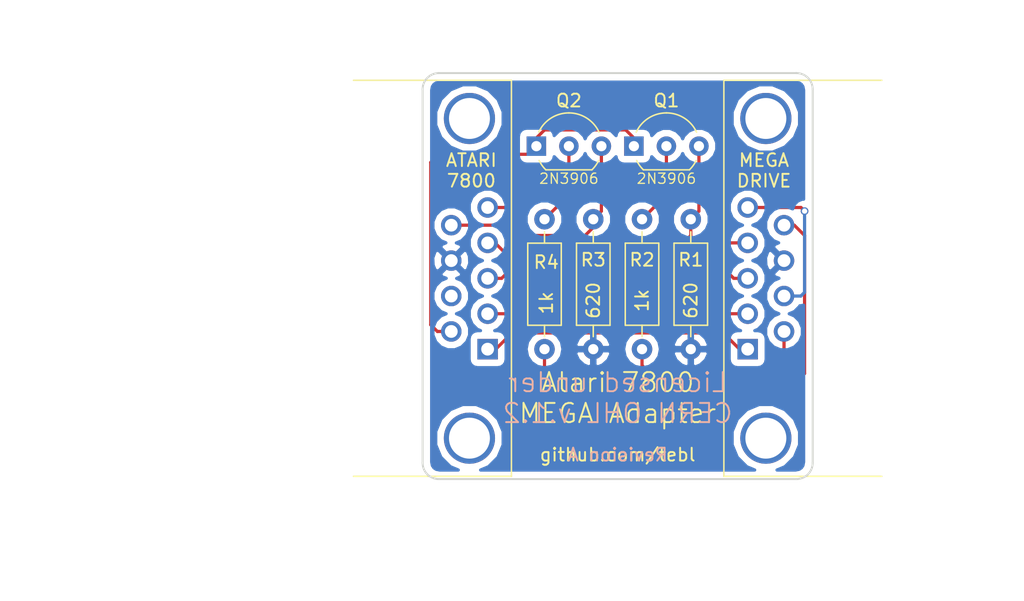
<source format=kicad_pcb>
(kicad_pcb (version 4) (host pcbnew 4.0.7)

  (general
    (links 18)
    (no_connects 0)
    (area 83.185 53.34 163.195001 100.330001)
    (thickness 1.6)
    (drawings 14)
    (tracks 68)
    (zones 0)
    (modules 8)
    (nets 14)
  )

  (page A4)
  (layers
    (0 F.Cu signal)
    (31 B.Cu signal)
    (32 B.Adhes user)
    (33 F.Adhes user)
    (34 B.Paste user)
    (35 F.Paste user)
    (36 B.SilkS user)
    (37 F.SilkS user)
    (38 B.Mask user)
    (39 F.Mask user)
    (40 Dwgs.User user)
    (41 Cmts.User user)
    (42 Eco1.User user)
    (43 Eco2.User user)
    (44 Edge.Cuts user)
    (45 Margin user)
    (46 B.CrtYd user)
    (47 F.CrtYd user)
    (48 B.Fab user)
    (49 F.Fab user)
  )

  (setup
    (last_trace_width 0.25)
    (trace_clearance 0.2)
    (zone_clearance 0.508)
    (zone_45_only no)
    (trace_min 0.2)
    (segment_width 0.2)
    (edge_width 0.15)
    (via_size 0.6)
    (via_drill 0.4)
    (via_min_size 0.4)
    (via_min_drill 0.3)
    (uvia_size 0.3)
    (uvia_drill 0.1)
    (uvias_allowed no)
    (uvia_min_size 0.2)
    (uvia_min_drill 0.1)
    (pcb_text_width 0.3)
    (pcb_text_size 1.5 1.5)
    (mod_edge_width 0.15)
    (mod_text_size 1 1)
    (mod_text_width 0.15)
    (pad_size 1.524 1.524)
    (pad_drill 0.762)
    (pad_to_mask_clearance 0.2)
    (aux_axis_origin 0 0)
    (visible_elements 7FFFFF7F)
    (pcbplotparams
      (layerselection 0x011fc_80000001)
      (usegerberextensions true)
      (excludeedgelayer true)
      (linewidth 0.100000)
      (plotframeref false)
      (viasonmask false)
      (mode 1)
      (useauxorigin false)
      (hpglpennumber 1)
      (hpglpenspeed 20)
      (hpglpendiameter 15)
      (hpglpenoverlay 2)
      (psnegative false)
      (psa4output false)
      (plotreference true)
      (plotvalue true)
      (plotinvisibletext false)
      (padsonsilk false)
      (subtractmaskfromsilk false)
      (outputformat 1)
      (mirror false)
      (drillshape 0)
      (scaleselection 1)
      (outputdirectory export))
  )

  (net 0 "")
  (net 1 VCC)
  (net 2 GND)
  (net 3 DOWN)
  (net 4 LEFT)
  (net 5 RIGHT)
  (net 6 UP)
  (net 7 FIRE)
  (net 8 /MD_BTN_B)
  (net 9 /MD_BTN_C)
  (net 10 "Net-(Q1-Pad2)")
  (net 11 PADDLE_A)
  (net 12 "Net-(Q2-Pad2)")
  (net 13 PADDLE_B)

  (net_class Default "This is the default net class."
    (clearance 0.2)
    (trace_width 0.25)
    (via_dia 0.6)
    (via_drill 0.4)
    (uvia_dia 0.3)
    (uvia_drill 0.1)
    (add_net /MD_BTN_B)
    (add_net /MD_BTN_C)
    (add_net DOWN)
    (add_net FIRE)
    (add_net GND)
    (add_net LEFT)
    (add_net "Net-(Q1-Pad2)")
    (add_net "Net-(Q2-Pad2)")
    (add_net PADDLE_A)
    (add_net PADDLE_B)
    (add_net RIGHT)
    (add_net UP)
    (add_net VCC)
  )

  (module RND:DSUB-9_Female_Horizontal_P2.77x2.84mm_EdgePinOffset7.70mm_Housed_MountingHolesOffset9.12mm (layer F.Cu) (tedit 5DA6297E) (tstamp 5D11216C)
    (at 121.285 80.645 270)
    (descr "9-pin D-Sub connector, horizontal/angled (90 deg), THT-mount, female, pitch 2.77x2.84mm, pin-PCB-offset 7.699999999999999mm, distance of mounting holes 25mm, distance of mounting holes to PCB edge 9.12mm, see https://disti-assets.s3.amazonaws.com/tonar/files/datasheets/16730.pdf")
    (tags "9-pin D-Sub connector horizontal angled 90deg THT female pitch 2.77x2.84mm pin-PCB-offset 7.699999999999999mm mounting-holes-distance 25mm mounting-hole-offset 25mm")
    (path /5D1376D7)
    (fp_text reference J1 (at -5.54 -2.8 270) (layer F.SilkS) hide
      (effects (font (size 1 1) (thickness 0.15)))
    )
    (fp_text value "Atari 7800" (at -22.86 1.27 360) (layer F.Fab)
      (effects (font (size 1 1) (thickness 0.15)))
    )
    (fp_arc (start -18.04 1.42) (end -19.64 1.42) (angle 180) (layer F.Fab) (width 0.1))
    (fp_arc (start 6.96 1.42) (end 5.36 1.42) (angle 180) (layer F.Fab) (width 0.1))
    (fp_line (start -20.965 -1.8) (end -20.965 10.54) (layer F.Fab) (width 0.1))
    (fp_line (start -20.965 10.54) (end 9.885 10.54) (layer F.Fab) (width 0.1))
    (fp_line (start 9.885 10.54) (end 9.885 -1.8) (layer F.Fab) (width 0.1))
    (fp_line (start 9.885 -1.8) (end -20.965 -1.8) (layer F.Fab) (width 0.1))
    (fp_line (start -20.965 10.54) (end -20.965 10.94) (layer F.Fab) (width 0.1))
    (fp_line (start -20.965 10.94) (end 9.885 10.94) (layer F.Fab) (width 0.1))
    (fp_line (start 9.885 10.94) (end 9.885 10.54) (layer F.Fab) (width 0.1))
    (fp_line (start 9.885 10.54) (end -20.965 10.54) (layer F.Fab) (width 0.1))
    (fp_line (start -13.69 10.94) (end -13.69 17.11) (layer F.Fab) (width 0.1))
    (fp_line (start -13.69 17.11) (end 2.61 17.11) (layer F.Fab) (width 0.1))
    (fp_line (start 2.61 17.11) (end 2.61 10.94) (layer F.Fab) (width 0.1))
    (fp_line (start 2.61 10.94) (end -13.69 10.94) (layer F.Fab) (width 0.1))
    (fp_line (start -20.54 10.94) (end -20.54 15.94) (layer F.Fab) (width 0.1))
    (fp_line (start -20.54 15.94) (end -15.54 15.94) (layer F.Fab) (width 0.1))
    (fp_line (start -15.54 15.94) (end -15.54 10.94) (layer F.Fab) (width 0.1))
    (fp_line (start -15.54 10.94) (end -20.54 10.94) (layer F.Fab) (width 0.1))
    (fp_line (start 4.46 10.94) (end 4.46 15.94) (layer F.Fab) (width 0.1))
    (fp_line (start 4.46 15.94) (end 9.46 15.94) (layer F.Fab) (width 0.1))
    (fp_line (start 9.46 15.94) (end 9.46 10.94) (layer F.Fab) (width 0.1))
    (fp_line (start 9.46 10.94) (end 4.46 10.94) (layer F.Fab) (width 0.1))
    (fp_line (start -19.64 10.54) (end -19.64 1.42) (layer F.Fab) (width 0.1))
    (fp_line (start -16.44 10.54) (end -16.44 1.42) (layer F.Fab) (width 0.1))
    (fp_line (start 5.36 10.54) (end 5.36 1.42) (layer F.Fab) (width 0.1))
    (fp_line (start 8.56 10.54) (end 8.56 1.42) (layer F.Fab) (width 0.1))
    (fp_line (start -21.025 10.48) (end -21.025 -1.86) (layer F.SilkS) (width 0.12))
    (fp_line (start -21.025 -1.86) (end 9.945 -1.86) (layer F.SilkS) (width 0.12))
    (fp_line (start 9.945 -1.86) (end 9.945 10.48) (layer F.SilkS) (width 0.12))
    (fp_line (start -21.5 -2.35) (end -21.5 17.65) (layer F.CrtYd) (width 0.05))
    (fp_line (start -21.5 17.65) (end 10.4 17.65) (layer F.CrtYd) (width 0.05))
    (fp_line (start 10.4 17.65) (end 10.4 -2.35) (layer F.CrtYd) (width 0.05))
    (fp_line (start 10.4 -2.35) (end -21.5 -2.35) (layer F.CrtYd) (width 0.05))
    (fp_text user %R (at -5.54 14.025 270) (layer F.Fab)
      (effects (font (size 1 1) (thickness 0.15)))
    )
    (pad 1 thru_hole rect (at 0 0 270) (size 1.6 1.6) (drill 1) (layers *.Cu *.Mask)
      (net 6 UP))
    (pad 2 thru_hole circle (at -2.77 0 270) (size 1.6 1.6) (drill 1) (layers *.Cu *.Mask)
      (net 3 DOWN))
    (pad 3 thru_hole circle (at -5.54 0 270) (size 1.6 1.6) (drill 1) (layers *.Cu *.Mask)
      (net 4 LEFT))
    (pad 4 thru_hole circle (at -8.31 0 270) (size 1.6 1.6) (drill 1) (layers *.Cu *.Mask)
      (net 5 RIGHT))
    (pad 5 thru_hole circle (at -11.08 0 270) (size 1.6 1.6) (drill 1) (layers *.Cu *.Mask)
      (net 13 PADDLE_B))
    (pad 6 thru_hole circle (at -1.385 2.84 270) (size 1.6 1.6) (drill 1) (layers *.Cu *.Mask)
      (net 7 FIRE))
    (pad 7 thru_hole circle (at -4.155 2.84 270) (size 1.6 1.6) (drill 1) (layers *.Cu *.Mask))
    (pad 8 thru_hole circle (at -6.925 2.84 270) (size 1.6 1.6) (drill 1) (layers *.Cu *.Mask)
      (net 2 GND))
    (pad 9 thru_hole circle (at -9.695 2.84 270) (size 1.6 1.6) (drill 1) (layers *.Cu *.Mask)
      (net 11 PADDLE_A))
    (pad 0 thru_hole circle (at -18.04 1.42 270) (size 4 4) (drill 3.2) (layers *.Cu *.Mask))
    (pad 0 thru_hole circle (at 6.96 1.42 270) (size 4 4) (drill 3.2) (layers *.Cu *.Mask))
    (model ${KISYS3DMOD}/Connector_Dsub.3dshapes/DSUB-9_Female_Horizontal_P2.77x2.84mm_EdgePinOffset7.70mm_Housed_MountingHolesOffset9.12mm.wrl
      (at (xyz 0 0 0))
      (scale (xyz 1 1 1))
      (rotate (xyz 0 0 0))
    )
  )

  (module TO_SOT_Packages_THT:TO-92_Inline_Wide (layer F.Cu) (tedit 5DA62B86) (tstamp 5DA618AF)
    (at 132.715 64.77)
    (descr "TO-92 leads in-line, wide, drill 0.8mm (see NXP sot054_po.pdf)")
    (tags "to-92 sc-43 sc-43a sot54 PA33 transistor")
    (path /5DA4F323)
    (fp_text reference Q1 (at 2.54 -3.56 180) (layer F.SilkS)
      (effects (font (size 1 1) (thickness 0.15)))
    )
    (fp_text value 2N3906 (at 2.54 2.54) (layer F.SilkS)
      (effects (font (size 0.8 0.8) (thickness 0.1)))
    )
    (fp_text user %R (at 2.54 -3.56 180) (layer F.Fab)
      (effects (font (size 1 1) (thickness 0.15)))
    )
    (fp_line (start 0.74 1.85) (end 4.34 1.85) (layer F.SilkS) (width 0.12))
    (fp_line (start 0.8 1.75) (end 4.3 1.75) (layer F.Fab) (width 0.1))
    (fp_line (start -1.01 -2.73) (end 6.09 -2.73) (layer F.CrtYd) (width 0.05))
    (fp_line (start -1.01 -2.73) (end -1.01 2.01) (layer F.CrtYd) (width 0.05))
    (fp_line (start 6.09 2.01) (end 6.09 -2.73) (layer F.CrtYd) (width 0.05))
    (fp_line (start 6.09 2.01) (end -1.01 2.01) (layer F.CrtYd) (width 0.05))
    (fp_arc (start 2.54 0) (end 0.74 1.85) (angle 20) (layer F.SilkS) (width 0.12))
    (fp_arc (start 2.54 0) (end 2.54 -2.6) (angle -65) (layer F.SilkS) (width 0.12))
    (fp_arc (start 2.54 0) (end 2.54 -2.6) (angle 65) (layer F.SilkS) (width 0.12))
    (fp_arc (start 2.54 0) (end 2.54 -2.48) (angle 135) (layer F.Fab) (width 0.1))
    (fp_arc (start 2.54 0) (end 2.54 -2.48) (angle -135) (layer F.Fab) (width 0.1))
    (fp_arc (start 2.54 0) (end 4.34 1.85) (angle -20) (layer F.SilkS) (width 0.12))
    (pad 2 thru_hole circle (at 2.54 0 90) (size 1.52 1.52) (drill 0.8) (layers *.Cu *.Mask)
      (net 10 "Net-(Q1-Pad2)"))
    (pad 3 thru_hole circle (at 5.08 0 90) (size 1.52 1.52) (drill 0.8) (layers *.Cu *.Mask)
      (net 11 PADDLE_A))
    (pad 1 thru_hole rect (at 0 0 90) (size 1.52 1.52) (drill 0.8) (layers *.Cu *.Mask)
      (net 7 FIRE))
    (model ${KISYS3DMOD}/TO_SOT_Packages_THT.3dshapes/TO-92_Inline_Wide.wrl
      (at (xyz 0.1 0 0))
      (scale (xyz 1 1 1))
      (rotate (xyz 0 0 -90))
    )
  )

  (module TO_SOT_Packages_THT:TO-92_Inline_Wide (layer F.Cu) (tedit 5DA62B7C) (tstamp 5DA618B5)
    (at 125.095 64.77)
    (descr "TO-92 leads in-line, wide, drill 0.8mm (see NXP sot054_po.pdf)")
    (tags "to-92 sc-43 sc-43a sot54 PA33 transistor")
    (path /5DA4A3D5)
    (fp_text reference Q2 (at 2.54 -3.56 180) (layer F.SilkS)
      (effects (font (size 1 1) (thickness 0.15)))
    )
    (fp_text value 2N3906 (at 2.54 2.54) (layer F.SilkS)
      (effects (font (size 0.8 0.8) (thickness 0.1)))
    )
    (fp_text user %R (at 2.54 -3.56 180) (layer F.Fab)
      (effects (font (size 1 1) (thickness 0.15)))
    )
    (fp_line (start 0.74 1.85) (end 4.34 1.85) (layer F.SilkS) (width 0.12))
    (fp_line (start 0.8 1.75) (end 4.3 1.75) (layer F.Fab) (width 0.1))
    (fp_line (start -1.01 -2.73) (end 6.09 -2.73) (layer F.CrtYd) (width 0.05))
    (fp_line (start -1.01 -2.73) (end -1.01 2.01) (layer F.CrtYd) (width 0.05))
    (fp_line (start 6.09 2.01) (end 6.09 -2.73) (layer F.CrtYd) (width 0.05))
    (fp_line (start 6.09 2.01) (end -1.01 2.01) (layer F.CrtYd) (width 0.05))
    (fp_arc (start 2.54 0) (end 0.74 1.85) (angle 20) (layer F.SilkS) (width 0.12))
    (fp_arc (start 2.54 0) (end 2.54 -2.6) (angle -65) (layer F.SilkS) (width 0.12))
    (fp_arc (start 2.54 0) (end 2.54 -2.6) (angle 65) (layer F.SilkS) (width 0.12))
    (fp_arc (start 2.54 0) (end 2.54 -2.48) (angle 135) (layer F.Fab) (width 0.1))
    (fp_arc (start 2.54 0) (end 2.54 -2.48) (angle -135) (layer F.Fab) (width 0.1))
    (fp_arc (start 2.54 0) (end 4.34 1.85) (angle -20) (layer F.SilkS) (width 0.12))
    (pad 2 thru_hole circle (at 2.54 0 90) (size 1.52 1.52) (drill 0.8) (layers *.Cu *.Mask)
      (net 12 "Net-(Q2-Pad2)"))
    (pad 3 thru_hole circle (at 5.08 0 90) (size 1.52 1.52) (drill 0.8) (layers *.Cu *.Mask)
      (net 13 PADDLE_B))
    (pad 1 thru_hole rect (at 0 0 90) (size 1.52 1.52) (drill 0.8) (layers *.Cu *.Mask)
      (net 7 FIRE))
    (model ${KISYS3DMOD}/TO_SOT_Packages_THT.3dshapes/TO-92_Inline_Wide.wrl
      (at (xyz 0.1 0 0))
      (scale (xyz 1 1 1))
      (rotate (xyz 0 0 -90))
    )
  )

  (module RND:DSUB-9_Male_Horizontal_P2.77x2.84mm_EdgePinOffset7.70mm_Housed_MountingHolesOffset9.12mm (layer F.Cu) (tedit 5DA62972) (tstamp 5DA618ED)
    (at 141.605 80.645 90)
    (descr "9-pin D-Sub connector, horizontal/angled (90 deg), THT-mount, male, pitch 2.77x2.84mm, pin-PCB-offset 7.699999999999999mm, distance of mounting holes 25mm, distance of mounting holes to PCB edge 9.12mm, see https://disti-assets.s3.amazonaws.com/tonar/files/datasheets/16730.pdf")
    (tags "9-pin D-Sub connector horizontal angled 90deg THT male pitch 2.77x2.84mm pin-PCB-offset 7.699999999999999mm mounting-holes-distance 25mm mounting-hole-offset 25mm")
    (path /5D1378A3)
    (fp_text reference J2 (at 5.54 -2.8 90) (layer F.SilkS) hide
      (effects (font (size 1 1) (thickness 0.15)))
    )
    (fp_text value "Mega Drive" (at 22.86 1.27 180) (layer F.Fab)
      (effects (font (size 1 1) (thickness 0.15)))
    )
    (fp_arc (start -6.96 1.42) (end -8.56 1.42) (angle 180) (layer F.Fab) (width 0.1))
    (fp_arc (start 18.04 1.42) (end 16.44 1.42) (angle 180) (layer F.Fab) (width 0.1))
    (fp_line (start -9.885 -1.8) (end -9.885 10.54) (layer F.Fab) (width 0.1))
    (fp_line (start -9.885 10.54) (end 20.965 10.54) (layer F.Fab) (width 0.1))
    (fp_line (start 20.965 10.54) (end 20.965 -1.8) (layer F.Fab) (width 0.1))
    (fp_line (start 20.965 -1.8) (end -9.885 -1.8) (layer F.Fab) (width 0.1))
    (fp_line (start -9.885 10.54) (end -9.885 10.94) (layer F.Fab) (width 0.1))
    (fp_line (start -9.885 10.94) (end 20.965 10.94) (layer F.Fab) (width 0.1))
    (fp_line (start 20.965 10.94) (end 20.965 10.54) (layer F.Fab) (width 0.1))
    (fp_line (start 20.965 10.54) (end -9.885 10.54) (layer F.Fab) (width 0.1))
    (fp_line (start -2.61 10.94) (end -2.61 16.94) (layer F.Fab) (width 0.1))
    (fp_line (start -2.61 16.94) (end 13.69 16.94) (layer F.Fab) (width 0.1))
    (fp_line (start 13.69 16.94) (end 13.69 10.94) (layer F.Fab) (width 0.1))
    (fp_line (start 13.69 10.94) (end -2.61 10.94) (layer F.Fab) (width 0.1))
    (fp_line (start -9.46 10.94) (end -9.46 15.94) (layer F.Fab) (width 0.1))
    (fp_line (start -9.46 15.94) (end -4.46 15.94) (layer F.Fab) (width 0.1))
    (fp_line (start -4.46 15.94) (end -4.46 10.94) (layer F.Fab) (width 0.1))
    (fp_line (start -4.46 10.94) (end -9.46 10.94) (layer F.Fab) (width 0.1))
    (fp_line (start 15.54 10.94) (end 15.54 15.94) (layer F.Fab) (width 0.1))
    (fp_line (start 15.54 15.94) (end 20.54 15.94) (layer F.Fab) (width 0.1))
    (fp_line (start 20.54 15.94) (end 20.54 10.94) (layer F.Fab) (width 0.1))
    (fp_line (start 20.54 10.94) (end 15.54 10.94) (layer F.Fab) (width 0.1))
    (fp_line (start -8.56 10.54) (end -8.56 1.42) (layer F.Fab) (width 0.1))
    (fp_line (start -5.36 10.54) (end -5.36 1.42) (layer F.Fab) (width 0.1))
    (fp_line (start 16.44 10.54) (end 16.44 1.42) (layer F.Fab) (width 0.1))
    (fp_line (start 19.64 10.54) (end 19.64 1.42) (layer F.Fab) (width 0.1))
    (fp_line (start -9.945 10.48) (end -9.945 -1.86) (layer F.SilkS) (width 0.12))
    (fp_line (start -9.945 -1.86) (end 21.025 -1.86) (layer F.SilkS) (width 0.12))
    (fp_line (start 21.025 -1.86) (end 21.025 10.48) (layer F.SilkS) (width 0.12))
    (fp_line (start -10.4 -2.35) (end -10.4 17.45) (layer F.CrtYd) (width 0.05))
    (fp_line (start -10.4 17.45) (end 21.5 17.45) (layer F.CrtYd) (width 0.05))
    (fp_line (start 21.5 17.45) (end 21.5 -2.35) (layer F.CrtYd) (width 0.05))
    (fp_line (start 21.5 -2.35) (end -10.4 -2.35) (layer F.CrtYd) (width 0.05))
    (fp_text user %R (at 5.54 13.94 90) (layer F.Fab)
      (effects (font (size 1 1) (thickness 0.15)))
    )
    (pad 1 thru_hole rect (at 0 0 90) (size 1.6 1.6) (drill 1) (layers *.Cu *.Mask)
      (net 6 UP))
    (pad 2 thru_hole circle (at 2.77 0 90) (size 1.6 1.6) (drill 1) (layers *.Cu *.Mask)
      (net 3 DOWN))
    (pad 3 thru_hole circle (at 5.54 0 90) (size 1.6 1.6) (drill 1) (layers *.Cu *.Mask)
      (net 4 LEFT))
    (pad 4 thru_hole circle (at 8.31 0 90) (size 1.6 1.6) (drill 1) (layers *.Cu *.Mask)
      (net 5 RIGHT))
    (pad 5 thru_hole circle (at 11.08 0 90) (size 1.6 1.6) (drill 1) (layers *.Cu *.Mask)
      (net 1 VCC))
    (pad 6 thru_hole circle (at 1.385 2.84 90) (size 1.6 1.6) (drill 1) (layers *.Cu *.Mask)
      (net 8 /MD_BTN_B))
    (pad 7 thru_hole circle (at 4.155 2.84 90) (size 1.6 1.6) (drill 1) (layers *.Cu *.Mask)
      (net 1 VCC))
    (pad 8 thru_hole circle (at 6.925 2.84 90) (size 1.6 1.6) (drill 1) (layers *.Cu *.Mask)
      (net 2 GND))
    (pad 9 thru_hole circle (at 9.695 2.84 90) (size 1.6 1.6) (drill 1) (layers *.Cu *.Mask)
      (net 9 /MD_BTN_C))
    (pad 0 thru_hole circle (at -6.96 1.42 90) (size 4 4) (drill 3.2) (layers *.Cu *.Mask))
    (pad 0 thru_hole circle (at 18.04 1.42 90) (size 4 4) (drill 3.2) (layers *.Cu *.Mask))
    (model ${KISYS3DMOD}/Connector_Dsub.3dshapes/DSUB-9_Male_Horizontal_P2.77x2.84mm_EdgePinOffset7.70mm_Housed_MountingHolesOffset9.12mm.wrl
      (at (xyz 0 0 0))
      (scale (xyz 1 1 1))
      (rotate (xyz 0 0 0))
    )
  )

  (module Resistors_THT:R_Axial_DIN0207_L6.3mm_D2.5mm_P10.16mm_Horizontal (layer F.Cu) (tedit 5DA62B4A) (tstamp 5DA618F3)
    (at 137.16 70.485 270)
    (descr "Resistor, Axial_DIN0207 series, Axial, Horizontal, pin pitch=10.16mm, 0.25W = 1/4W, length*diameter=6.3*2.5mm^2, http://cdn-reichelt.de/documents/datenblatt/B400/1_4W%23YAG.pdf")
    (tags "Resistor Axial_DIN0207 series Axial Horizontal pin pitch 10.16mm 0.25W = 1/4W length 6.3mm diameter 2.5mm")
    (path /5DA4F32F)
    (fp_text reference R1 (at 3.175 0 360) (layer F.SilkS)
      (effects (font (size 1 1) (thickness 0.15)))
    )
    (fp_text value 620 (at 6.35 0 270) (layer F.SilkS)
      (effects (font (size 1 1) (thickness 0.15)))
    )
    (fp_line (start 1.93 -1.25) (end 1.93 1.25) (layer F.Fab) (width 0.1))
    (fp_line (start 1.93 1.25) (end 8.23 1.25) (layer F.Fab) (width 0.1))
    (fp_line (start 8.23 1.25) (end 8.23 -1.25) (layer F.Fab) (width 0.1))
    (fp_line (start 8.23 -1.25) (end 1.93 -1.25) (layer F.Fab) (width 0.1))
    (fp_line (start 0 0) (end 1.93 0) (layer F.Fab) (width 0.1))
    (fp_line (start 10.16 0) (end 8.23 0) (layer F.Fab) (width 0.1))
    (fp_line (start 1.87 -1.31) (end 1.87 1.31) (layer F.SilkS) (width 0.12))
    (fp_line (start 1.87 1.31) (end 8.29 1.31) (layer F.SilkS) (width 0.12))
    (fp_line (start 8.29 1.31) (end 8.29 -1.31) (layer F.SilkS) (width 0.12))
    (fp_line (start 8.29 -1.31) (end 1.87 -1.31) (layer F.SilkS) (width 0.12))
    (fp_line (start 0.98 0) (end 1.87 0) (layer F.SilkS) (width 0.12))
    (fp_line (start 9.18 0) (end 8.29 0) (layer F.SilkS) (width 0.12))
    (fp_line (start -1.05 -1.6) (end -1.05 1.6) (layer F.CrtYd) (width 0.05))
    (fp_line (start -1.05 1.6) (end 11.25 1.6) (layer F.CrtYd) (width 0.05))
    (fp_line (start 11.25 1.6) (end 11.25 -1.6) (layer F.CrtYd) (width 0.05))
    (fp_line (start 11.25 -1.6) (end -1.05 -1.6) (layer F.CrtYd) (width 0.05))
    (pad 1 thru_hole circle (at 0 0 270) (size 1.6 1.6) (drill 0.8) (layers *.Cu *.Mask)
      (net 11 PADDLE_A))
    (pad 2 thru_hole oval (at 10.16 0 270) (size 1.6 1.6) (drill 0.8) (layers *.Cu *.Mask)
      (net 2 GND))
    (model ${KISYS3DMOD}/Resistors_THT.3dshapes/R_Axial_DIN0207_L6.3mm_D2.5mm_P10.16mm_Horizontal.wrl
      (at (xyz 0 0 0))
      (scale (xyz 0.393701 0.393701 0.393701))
      (rotate (xyz 0 0 0))
    )
  )

  (module Resistors_THT:R_Axial_DIN0207_L6.3mm_D2.5mm_P10.16mm_Horizontal (layer F.Cu) (tedit 5DA62B44) (tstamp 5DA618F9)
    (at 133.35 70.485 270)
    (descr "Resistor, Axial_DIN0207 series, Axial, Horizontal, pin pitch=10.16mm, 0.25W = 1/4W, length*diameter=6.3*2.5mm^2, http://cdn-reichelt.de/documents/datenblatt/B400/1_4W%23YAG.pdf")
    (tags "Resistor Axial_DIN0207 series Axial Horizontal pin pitch 10.16mm 0.25W = 1/4W length 6.3mm diameter 2.5mm")
    (path /5DA4F329)
    (fp_text reference R2 (at 3.175 0 360) (layer F.SilkS)
      (effects (font (size 1 1) (thickness 0.15)))
    )
    (fp_text value 1k (at 6.35 0 270) (layer F.SilkS)
      (effects (font (size 1 1) (thickness 0.15)))
    )
    (fp_line (start 1.93 -1.25) (end 1.93 1.25) (layer F.Fab) (width 0.1))
    (fp_line (start 1.93 1.25) (end 8.23 1.25) (layer F.Fab) (width 0.1))
    (fp_line (start 8.23 1.25) (end 8.23 -1.25) (layer F.Fab) (width 0.1))
    (fp_line (start 8.23 -1.25) (end 1.93 -1.25) (layer F.Fab) (width 0.1))
    (fp_line (start 0 0) (end 1.93 0) (layer F.Fab) (width 0.1))
    (fp_line (start 10.16 0) (end 8.23 0) (layer F.Fab) (width 0.1))
    (fp_line (start 1.87 -1.31) (end 1.87 1.31) (layer F.SilkS) (width 0.12))
    (fp_line (start 1.87 1.31) (end 8.29 1.31) (layer F.SilkS) (width 0.12))
    (fp_line (start 8.29 1.31) (end 8.29 -1.31) (layer F.SilkS) (width 0.12))
    (fp_line (start 8.29 -1.31) (end 1.87 -1.31) (layer F.SilkS) (width 0.12))
    (fp_line (start 0.98 0) (end 1.87 0) (layer F.SilkS) (width 0.12))
    (fp_line (start 9.18 0) (end 8.29 0) (layer F.SilkS) (width 0.12))
    (fp_line (start -1.05 -1.6) (end -1.05 1.6) (layer F.CrtYd) (width 0.05))
    (fp_line (start -1.05 1.6) (end 11.25 1.6) (layer F.CrtYd) (width 0.05))
    (fp_line (start 11.25 1.6) (end 11.25 -1.6) (layer F.CrtYd) (width 0.05))
    (fp_line (start 11.25 -1.6) (end -1.05 -1.6) (layer F.CrtYd) (width 0.05))
    (pad 1 thru_hole circle (at 0 0 270) (size 1.6 1.6) (drill 0.8) (layers *.Cu *.Mask)
      (net 10 "Net-(Q1-Pad2)"))
    (pad 2 thru_hole oval (at 10.16 0 270) (size 1.6 1.6) (drill 0.8) (layers *.Cu *.Mask)
      (net 8 /MD_BTN_B))
    (model ${KISYS3DMOD}/Resistors_THT.3dshapes/R_Axial_DIN0207_L6.3mm_D2.5mm_P10.16mm_Horizontal.wrl
      (at (xyz 0 0 0))
      (scale (xyz 0.393701 0.393701 0.393701))
      (rotate (xyz 0 0 0))
    )
  )

  (module Resistors_THT:R_Axial_DIN0207_L6.3mm_D2.5mm_P10.16mm_Horizontal (layer F.Cu) (tedit 5DA62B3F) (tstamp 5DA618FF)
    (at 129.54 70.485 270)
    (descr "Resistor, Axial_DIN0207 series, Axial, Horizontal, pin pitch=10.16mm, 0.25W = 1/4W, length*diameter=6.3*2.5mm^2, http://cdn-reichelt.de/documents/datenblatt/B400/1_4W%23YAG.pdf")
    (tags "Resistor Axial_DIN0207 series Axial Horizontal pin pitch 10.16mm 0.25W = 1/4W length 6.3mm diameter 2.5mm")
    (path /5DA4D819)
    (fp_text reference R3 (at 3.175 0 360) (layer F.SilkS)
      (effects (font (size 1 1) (thickness 0.15)))
    )
    (fp_text value 620 (at 6.35 0 270) (layer F.SilkS)
      (effects (font (size 1 1) (thickness 0.15)))
    )
    (fp_line (start 1.93 -1.25) (end 1.93 1.25) (layer F.Fab) (width 0.1))
    (fp_line (start 1.93 1.25) (end 8.23 1.25) (layer F.Fab) (width 0.1))
    (fp_line (start 8.23 1.25) (end 8.23 -1.25) (layer F.Fab) (width 0.1))
    (fp_line (start 8.23 -1.25) (end 1.93 -1.25) (layer F.Fab) (width 0.1))
    (fp_line (start 0 0) (end 1.93 0) (layer F.Fab) (width 0.1))
    (fp_line (start 10.16 0) (end 8.23 0) (layer F.Fab) (width 0.1))
    (fp_line (start 1.87 -1.31) (end 1.87 1.31) (layer F.SilkS) (width 0.12))
    (fp_line (start 1.87 1.31) (end 8.29 1.31) (layer F.SilkS) (width 0.12))
    (fp_line (start 8.29 1.31) (end 8.29 -1.31) (layer F.SilkS) (width 0.12))
    (fp_line (start 8.29 -1.31) (end 1.87 -1.31) (layer F.SilkS) (width 0.12))
    (fp_line (start 0.98 0) (end 1.87 0) (layer F.SilkS) (width 0.12))
    (fp_line (start 9.18 0) (end 8.29 0) (layer F.SilkS) (width 0.12))
    (fp_line (start -1.05 -1.6) (end -1.05 1.6) (layer F.CrtYd) (width 0.05))
    (fp_line (start -1.05 1.6) (end 11.25 1.6) (layer F.CrtYd) (width 0.05))
    (fp_line (start 11.25 1.6) (end 11.25 -1.6) (layer F.CrtYd) (width 0.05))
    (fp_line (start 11.25 -1.6) (end -1.05 -1.6) (layer F.CrtYd) (width 0.05))
    (pad 1 thru_hole circle (at 0 0 270) (size 1.6 1.6) (drill 0.8) (layers *.Cu *.Mask)
      (net 13 PADDLE_B))
    (pad 2 thru_hole oval (at 10.16 0 270) (size 1.6 1.6) (drill 0.8) (layers *.Cu *.Mask)
      (net 2 GND))
    (model ${KISYS3DMOD}/Resistors_THT.3dshapes/R_Axial_DIN0207_L6.3mm_D2.5mm_P10.16mm_Horizontal.wrl
      (at (xyz 0 0 0))
      (scale (xyz 0.393701 0.393701 0.393701))
      (rotate (xyz 0 0 0))
    )
  )

  (module Resistors_THT:R_Axial_DIN0207_L6.3mm_D2.5mm_P10.16mm_Horizontal (layer F.Cu) (tedit 5DA62B3B) (tstamp 5DA61905)
    (at 125.73 70.485 270)
    (descr "Resistor, Axial_DIN0207 series, Axial, Horizontal, pin pitch=10.16mm, 0.25W = 1/4W, length*diameter=6.3*2.5mm^2, http://cdn-reichelt.de/documents/datenblatt/B400/1_4W%23YAG.pdf")
    (tags "Resistor Axial_DIN0207 series Axial Horizontal pin pitch 10.16mm 0.25W = 1/4W length 6.3mm diameter 2.5mm")
    (path /5DA4D38B)
    (fp_text reference R4 (at 3.3655 -0.137001 360) (layer F.SilkS)
      (effects (font (size 1 1) (thickness 0.15)))
    )
    (fp_text value 1k (at 6.5405 -0.137001 270) (layer F.SilkS)
      (effects (font (size 1 1) (thickness 0.15)))
    )
    (fp_line (start 1.93 -1.25) (end 1.93 1.25) (layer F.Fab) (width 0.1))
    (fp_line (start 1.93 1.25) (end 8.23 1.25) (layer F.Fab) (width 0.1))
    (fp_line (start 8.23 1.25) (end 8.23 -1.25) (layer F.Fab) (width 0.1))
    (fp_line (start 8.23 -1.25) (end 1.93 -1.25) (layer F.Fab) (width 0.1))
    (fp_line (start 0 0) (end 1.93 0) (layer F.Fab) (width 0.1))
    (fp_line (start 10.16 0) (end 8.23 0) (layer F.Fab) (width 0.1))
    (fp_line (start 1.87 -1.31) (end 1.87 1.31) (layer F.SilkS) (width 0.12))
    (fp_line (start 1.87 1.31) (end 8.29 1.31) (layer F.SilkS) (width 0.12))
    (fp_line (start 8.29 1.31) (end 8.29 -1.31) (layer F.SilkS) (width 0.12))
    (fp_line (start 8.29 -1.31) (end 1.87 -1.31) (layer F.SilkS) (width 0.12))
    (fp_line (start 0.98 0) (end 1.87 0) (layer F.SilkS) (width 0.12))
    (fp_line (start 9.18 0) (end 8.29 0) (layer F.SilkS) (width 0.12))
    (fp_line (start -1.05 -1.6) (end -1.05 1.6) (layer F.CrtYd) (width 0.05))
    (fp_line (start -1.05 1.6) (end 11.25 1.6) (layer F.CrtYd) (width 0.05))
    (fp_line (start 11.25 1.6) (end 11.25 -1.6) (layer F.CrtYd) (width 0.05))
    (fp_line (start 11.25 -1.6) (end -1.05 -1.6) (layer F.CrtYd) (width 0.05))
    (pad 1 thru_hole circle (at 0 0 270) (size 1.6 1.6) (drill 0.8) (layers *.Cu *.Mask)
      (net 12 "Net-(Q2-Pad2)"))
    (pad 2 thru_hole oval (at 10.16 0 270) (size 1.6 1.6) (drill 0.8) (layers *.Cu *.Mask)
      (net 9 /MD_BTN_C))
    (model ${KISYS3DMOD}/Resistors_THT.3dshapes/R_Axial_DIN0207_L6.3mm_D2.5mm_P10.16mm_Horizontal.wrl
      (at (xyz 0 0 0))
      (scale (xyz 0.393701 0.393701 0.393701))
      (rotate (xyz 0 0 0))
    )
  )

  (gr_text "MEGA\nDRIVE" (at 142.875 66.675) (layer F.SilkS)
    (effects (font (size 1 1) (thickness 0.15)))
  )
  (gr_text "ATARI\n7800" (at 120.015 66.675) (layer F.SilkS)
    (effects (font (size 1 1) (thickness 0.15)))
  )
  (gr_line (start 116.205 89.535) (end 116.205 60.325) (angle 90) (layer Edge.Cuts) (width 0.15))
  (gr_line (start 145.415 90.805) (end 117.475 90.805) (angle 90) (layer Edge.Cuts) (width 0.15))
  (gr_line (start 146.685 60.325) (end 146.685 89.535) (angle 90) (layer Edge.Cuts) (width 0.15))
  (gr_line (start 117.475 59.055) (end 145.415 59.055) (angle 90) (layer Edge.Cuts) (width 0.15))
  (gr_arc (start 117.475 89.535) (end 117.475 90.805) (angle 90) (layer Edge.Cuts) (width 0.15))
  (gr_arc (start 117.475 60.325) (end 116.205 60.325) (angle 90) (layer Edge.Cuts) (width 0.15))
  (gr_arc (start 145.415 60.325) (end 145.415 59.055) (angle 90) (layer Edge.Cuts) (width 0.15))
  (gr_arc (start 145.415 89.535) (end 146.685 89.535) (angle 90) (layer Edge.Cuts) (width 0.15))
  (gr_text github.com/tebl (at 131.445 88.9) (layer F.SilkS)
    (effects (font (size 1 1) (thickness 0.15)))
  )
  (gr_text "Revision A" (at 131.445 88.9) (layer B.SilkS)
    (effects (font (size 1 1) (thickness 0.15)) (justify mirror))
  )
  (gr_text "Licensed under\nCERN OHL v.1.2" (at 131.445 84.455) (layer B.SilkS)
    (effects (font (size 1.5 1.5) (thickness 0.15)) (justify mirror))
  )
  (gr_text "Atari 7800\nMEGA Adapter" (at 131.445 84.455) (layer F.SilkS)
    (effects (font (size 1.5 1.5) (thickness 0.15)))
  )

  (segment (start 141.605 69.565) (end 145.765 69.565) (width 0.25) (layer F.Cu) (net 1))
  (segment (start 145.76 76.49) (end 144.445 76.49) (width 0.25) (layer B.Cu) (net 1) (tstamp 5DA628FD))
  (segment (start 146.05 76.2) (end 145.76 76.49) (width 0.25) (layer B.Cu) (net 1) (tstamp 5DA628FC))
  (segment (start 146.05 69.85) (end 146.05 76.2) (width 0.25) (layer B.Cu) (net 1) (tstamp 5DA628FB))
  (via (at 146.05 69.85) (size 0.6) (drill 0.4) (layers F.Cu B.Cu) (net 1))
  (segment (start 145.765 69.565) (end 146.05 69.85) (width 0.25) (layer F.Cu) (net 1) (tstamp 5DA628F8))
  (segment (start 141.605 77.875) (end 121.285 77.875) (width 0.25) (layer F.Cu) (net 3))
  (segment (start 123.19 74.295) (end 123.825 73.66) (width 0.25) (layer F.Cu) (net 4))
  (segment (start 139.065 73.66) (end 139.7 74.295) (width 0.25) (layer F.Cu) (net 4) (tstamp 5DA628AE))
  (segment (start 123.825 73.66) (end 139.065 73.66) (width 0.25) (layer F.Cu) (net 4) (tstamp 5DA628AD))
  (segment (start 141.605 75.105) (end 140.51 75.105) (width 0.25) (layer F.Cu) (net 4))
  (segment (start 140.51 75.105) (end 139.7 74.295) (width 0.25) (layer F.Cu) (net 4) (tstamp 5DA62893))
  (segment (start 121.285 75.105) (end 122.38 75.105) (width 0.25) (layer F.Cu) (net 4))
  (segment (start 122.38 75.105) (end 123.19 74.295) (width 0.25) (layer F.Cu) (net 4) (tstamp 5DA62881))
  (segment (start 141.605 72.335) (end 137.85 72.335) (width 0.25) (layer F.Cu) (net 5))
  (segment (start 122.555 73.025) (end 137.16 73.025) (width 0.25) (layer F.Cu) (net 5) (tstamp 5DA62862))
  (segment (start 122.555 73.025) (end 121.865 72.335) (width 0.25) (layer F.Cu) (net 5) (tstamp 5DA62860))
  (segment (start 137.85 72.335) (end 137.16 73.025) (width 0.25) (layer F.Cu) (net 5) (tstamp 5DA6286C))
  (segment (start 121.285 72.335) (end 121.865 72.335) (width 0.25) (layer F.Cu) (net 5))
  (segment (start 141.605 80.645) (end 140.97 80.645) (width 0.25) (layer F.Cu) (net 6))
  (segment (start 140.97 80.645) (end 139.7 79.375) (width 0.25) (layer F.Cu) (net 6) (tstamp 5DA62914))
  (segment (start 139.7 79.375) (end 138.43 79.375) (width 0.25) (layer F.Cu) (net 6) (tstamp 5DA62915))
  (segment (start 121.285 80.645) (end 121.92 80.645) (width 0.25) (layer F.Cu) (net 6))
  (segment (start 121.92 80.645) (end 123.19 79.375) (width 0.25) (layer F.Cu) (net 6) (tstamp 5DA62909))
  (segment (start 123.19 79.375) (end 138.43 79.375) (width 0.25) (layer F.Cu) (net 6) (tstamp 5DA6290B))
  (segment (start 118.445 79.26) (end 117.36 79.26) (width 0.25) (layer F.Cu) (net 7))
  (segment (start 117.475 65.405) (end 124.46 65.405) (width 0.25) (layer F.Cu) (net 7) (tstamp 5DA62827))
  (segment (start 116.84 66.04) (end 117.475 65.405) (width 0.25) (layer F.Cu) (net 7) (tstamp 5DA62826))
  (segment (start 116.84 78.74) (end 116.84 66.04) (width 0.25) (layer F.Cu) (net 7) (tstamp 5DA62821))
  (segment (start 117.36 79.26) (end 116.84 78.74) (width 0.25) (layer F.Cu) (net 7) (tstamp 5DA62820))
  (segment (start 124.46 65.405) (end 125.095 64.77) (width 0.25) (layer F.Cu) (net 7) (tstamp 5DA62829))
  (segment (start 125.095 64.77) (end 125.095 64.135) (width 0.25) (layer F.Cu) (net 7))
  (segment (start 125.095 64.135) (end 125.73 63.5) (width 0.25) (layer F.Cu) (net 7) (tstamp 5DA62811))
  (segment (start 125.73 63.5) (end 132.08 63.5) (width 0.25) (layer F.Cu) (net 7) (tstamp 5DA62812))
  (segment (start 132.08 63.5) (end 132.715 64.135) (width 0.25) (layer F.Cu) (net 7) (tstamp 5DA62815))
  (segment (start 132.715 64.135) (end 132.715 64.77) (width 0.25) (layer F.Cu) (net 7) (tstamp 5DA62816))
  (segment (start 144.445 79.26) (end 144.445 81.615) (width 0.25) (layer F.Cu) (net 8))
  (segment (start 133.35 81.915) (end 133.35 80.645) (width 0.25) (layer F.Cu) (net 8) (tstamp 5DA628D8))
  (segment (start 133.985 82.55) (end 133.35 81.915) (width 0.25) (layer F.Cu) (net 8) (tstamp 5DA628D7))
  (segment (start 143.51 82.55) (end 133.985 82.55) (width 0.25) (layer F.Cu) (net 8) (tstamp 5DA628D4))
  (segment (start 144.445 81.615) (end 143.51 82.55) (width 0.25) (layer F.Cu) (net 8) (tstamp 5DA628D1))
  (segment (start 144.445 70.95) (end 145.245 70.95) (width 0.25) (layer F.Cu) (net 9))
  (segment (start 145.245 70.95) (end 146.05 71.755) (width 0.25) (layer F.Cu) (net 9) (tstamp 5DA628DF))
  (segment (start 146.05 71.755) (end 146.05 82.55) (width 0.25) (layer F.Cu) (net 9) (tstamp 5DA628E1))
  (segment (start 146.05 82.55) (end 145.415 83.185) (width 0.25) (layer F.Cu) (net 9) (tstamp 5DA628E4))
  (segment (start 145.415 83.185) (end 126.365 83.185) (width 0.25) (layer F.Cu) (net 9) (tstamp 5DA628E5))
  (segment (start 126.365 83.185) (end 125.73 82.55) (width 0.25) (layer F.Cu) (net 9) (tstamp 5DA628EB))
  (segment (start 125.73 82.55) (end 125.73 80.645) (width 0.25) (layer F.Cu) (net 9) (tstamp 5DA628EC))
  (segment (start 135.255 64.77) (end 135.255 68.58) (width 0.25) (layer F.Cu) (net 10))
  (segment (start 135.255 68.58) (end 133.35 70.485) (width 0.25) (layer F.Cu) (net 10) (tstamp 5DA627FD))
  (segment (start 118.445 70.95) (end 122.385 70.95) (width 0.25) (layer F.Cu) (net 11))
  (segment (start 137.16 71.755) (end 137.16 70.485) (width 0.25) (layer F.Cu) (net 11) (tstamp 5DA62857))
  (segment (start 136.525 72.39) (end 137.16 71.755) (width 0.25) (layer F.Cu) (net 11) (tstamp 5DA62851))
  (segment (start 123.825 72.39) (end 136.525 72.39) (width 0.25) (layer F.Cu) (net 11) (tstamp 5DA62850))
  (segment (start 122.385 70.95) (end 123.825 72.39) (width 0.25) (layer F.Cu) (net 11) (tstamp 5DA6284E))
  (segment (start 137.795 64.77) (end 137.795 69.85) (width 0.25) (layer F.Cu) (net 11))
  (segment (start 137.795 69.85) (end 137.16 70.485) (width 0.25) (layer F.Cu) (net 11) (tstamp 5DA62802))
  (segment (start 127.635 64.77) (end 127.635 68.58) (width 0.25) (layer F.Cu) (net 12))
  (segment (start 127.635 68.58) (end 125.73 70.485) (width 0.25) (layer F.Cu) (net 12) (tstamp 5DA627F8))
  (segment (start 121.285 69.565) (end 123.54 69.565) (width 0.25) (layer F.Cu) (net 13))
  (segment (start 128.905 71.755) (end 124.46 71.755) (width 0.25) (layer F.Cu) (net 13) (tstamp 5DA6283F))
  (segment (start 128.905 71.755) (end 129.54 71.12) (width 0.25) (layer F.Cu) (net 13) (tstamp 5DA6283D))
  (segment (start 123.825 71.12) (end 124.46 71.755) (width 0.25) (layer F.Cu) (net 13) (tstamp 5DA62849))
  (segment (start 123.825 69.85) (end 123.825 71.12) (width 0.25) (layer F.Cu) (net 13) (tstamp 5DA62848))
  (segment (start 123.54 69.565) (end 123.825 69.85) (width 0.25) (layer F.Cu) (net 13) (tstamp 5DA62845))
  (segment (start 129.54 70.485) (end 129.54 71.12) (width 0.25) (layer F.Cu) (net 13))
  (segment (start 130.175 64.77) (end 130.175 69.85) (width 0.25) (layer F.Cu) (net 13))
  (segment (start 130.175 69.85) (end 129.54 70.485) (width 0.25) (layer F.Cu) (net 13) (tstamp 5DA627F5))

  (zone (net 2) (net_name GND) (layer B.Cu) (tstamp 5DA61691) (hatch edge 0.508)
    (connect_pads (clearance 0.508))
    (min_thickness 0.254)
    (fill yes (arc_segments 16) (thermal_gap 0.508) (thermal_bridge_width 0.508))
    (polygon
      (pts
        (xy 83.185 53.34) (xy 163.195 53.34) (xy 163.195 100.33) (xy 83.185 100.33)
      )
    )
    (filled_polygon
      (pts
        (xy 145.623979 59.820478) (xy 145.801145 59.938856) (xy 145.919521 60.116019) (xy 145.975 60.394931) (xy 145.975 68.914934)
        (xy 145.864833 68.914838) (xy 145.521057 69.056883) (xy 145.257808 69.319673) (xy 145.115162 69.663201) (xy 145.115152 69.674477)
        (xy 144.731691 69.51525) (xy 144.160813 69.514752) (xy 143.6332 69.732757) (xy 143.229176 70.136077) (xy 143.01025 70.663309)
        (xy 143.009752 71.234187) (xy 143.227757 71.7618) (xy 143.631077 72.165824) (xy 144.02306 72.32859) (xy 143.690995 72.466136)
        (xy 143.616861 72.712255) (xy 144.445 73.540395) (xy 144.459142 73.526252) (xy 144.638748 73.705858) (xy 144.624605 73.72)
        (xy 144.638748 73.734142) (xy 144.459142 73.913748) (xy 144.445 73.899605) (xy 143.616861 74.727745) (xy 143.690995 74.973864)
        (xy 144.046938 75.101804) (xy 143.6332 75.272757) (xy 143.229176 75.676077) (xy 143.01025 76.203309) (xy 143.009752 76.774187)
        (xy 143.227757 77.3018) (xy 143.631077 77.705824) (xy 144.03885 77.875146) (xy 143.6332 78.042757) (xy 143.229176 78.446077)
        (xy 143.01025 78.973309) (xy 143.009752 79.544187) (xy 143.227757 80.0718) (xy 143.631077 80.475824) (xy 144.158309 80.69475)
        (xy 144.729187 80.695248) (xy 145.2568 80.477243) (xy 145.660824 80.073923) (xy 145.87975 79.546691) (xy 145.880248 78.975813)
        (xy 145.662243 78.4482) (xy 145.258923 78.044176) (xy 144.85115 77.874854) (xy 145.2568 77.707243) (xy 145.660824 77.303923)
        (xy 145.683215 77.25) (xy 145.76 77.25) (xy 145.975 77.207233) (xy 145.975 89.465069) (xy 145.919521 89.743981)
        (xy 145.801145 89.921144) (xy 145.623979 90.039522) (xy 145.34507 90.095) (xy 143.898867 90.095) (xy 144.515658 89.840147)
        (xy 145.257542 89.099557) (xy 145.659542 88.131433) (xy 145.660457 87.083166) (xy 145.260147 86.114342) (xy 144.519557 85.372458)
        (xy 143.551433 84.970458) (xy 142.503166 84.969543) (xy 141.534342 85.369853) (xy 140.792458 86.110443) (xy 140.390458 87.078567)
        (xy 140.389543 88.126834) (xy 140.789853 89.095658) (xy 141.530443 89.837542) (xy 142.150471 90.095) (xy 120.738867 90.095)
        (xy 121.355658 89.840147) (xy 122.097542 89.099557) (xy 122.499542 88.131433) (xy 122.500457 87.083166) (xy 122.100147 86.114342)
        (xy 121.359557 85.372458) (xy 120.391433 84.970458) (xy 119.343166 84.969543) (xy 118.374342 85.369853) (xy 117.632458 86.110443)
        (xy 117.230458 87.078567) (xy 117.229543 88.126834) (xy 117.629853 89.095658) (xy 118.370443 89.837542) (xy 118.990471 90.095)
        (xy 117.544931 90.095) (xy 117.266019 90.039521) (xy 117.088856 89.921145) (xy 116.970478 89.743979) (xy 116.915 89.46507)
        (xy 116.915 76.774187) (xy 117.009752 76.774187) (xy 117.227757 77.3018) (xy 117.631077 77.705824) (xy 118.03885 77.875146)
        (xy 117.6332 78.042757) (xy 117.229176 78.446077) (xy 117.01025 78.973309) (xy 117.009752 79.544187) (xy 117.227757 80.0718)
        (xy 117.631077 80.475824) (xy 118.158309 80.69475) (xy 118.729187 80.695248) (xy 119.2568 80.477243) (xy 119.660824 80.073923)
        (xy 119.755881 79.845) (xy 119.83756 79.845) (xy 119.83756 81.445) (xy 119.881838 81.680317) (xy 120.02091 81.896441)
        (xy 120.23311 82.041431) (xy 120.485 82.09244) (xy 122.085 82.09244) (xy 122.320317 82.048162) (xy 122.536441 81.90909)
        (xy 122.681431 81.69689) (xy 122.73244 81.445) (xy 122.73244 80.616887) (xy 124.295 80.616887) (xy 124.295 80.673113)
        (xy 124.404233 81.222264) (xy 124.715302 81.687811) (xy 125.180849 81.99888) (xy 125.73 82.108113) (xy 126.279151 81.99888)
        (xy 126.744698 81.687811) (xy 127.055767 81.222264) (xy 127.101163 80.994041) (xy 128.148086 80.994041) (xy 128.387611 81.500134)
        (xy 128.802577 81.876041) (xy 129.190961 82.036904) (xy 129.413 81.914915) (xy 129.413 80.772) (xy 129.667 80.772)
        (xy 129.667 81.914915) (xy 129.889039 82.036904) (xy 130.277423 81.876041) (xy 130.692389 81.500134) (xy 130.931914 80.994041)
        (xy 130.810629 80.772) (xy 129.667 80.772) (xy 129.413 80.772) (xy 128.269371 80.772) (xy 128.148086 80.994041)
        (xy 127.101163 80.994041) (xy 127.165 80.673113) (xy 127.165 80.616887) (xy 131.915 80.616887) (xy 131.915 80.673113)
        (xy 132.024233 81.222264) (xy 132.335302 81.687811) (xy 132.800849 81.99888) (xy 133.35 82.108113) (xy 133.899151 81.99888)
        (xy 134.364698 81.687811) (xy 134.675767 81.222264) (xy 134.721163 80.994041) (xy 135.768086 80.994041) (xy 136.007611 81.500134)
        (xy 136.422577 81.876041) (xy 136.810961 82.036904) (xy 137.033 81.914915) (xy 137.033 80.772) (xy 137.287 80.772)
        (xy 137.287 81.914915) (xy 137.509039 82.036904) (xy 137.897423 81.876041) (xy 138.312389 81.500134) (xy 138.551914 80.994041)
        (xy 138.430629 80.772) (xy 137.287 80.772) (xy 137.033 80.772) (xy 135.889371 80.772) (xy 135.768086 80.994041)
        (xy 134.721163 80.994041) (xy 134.785 80.673113) (xy 134.785 80.616887) (xy 134.721164 80.295959) (xy 135.768086 80.295959)
        (xy 135.889371 80.518) (xy 137.033 80.518) (xy 137.033 79.375085) (xy 137.287 79.375085) (xy 137.287 80.518)
        (xy 138.430629 80.518) (xy 138.551914 80.295959) (xy 138.338483 79.845) (xy 140.15756 79.845) (xy 140.15756 81.445)
        (xy 140.201838 81.680317) (xy 140.34091 81.896441) (xy 140.55311 82.041431) (xy 140.805 82.09244) (xy 142.405 82.09244)
        (xy 142.640317 82.048162) (xy 142.856441 81.90909) (xy 143.001431 81.69689) (xy 143.05244 81.445) (xy 143.05244 79.845)
        (xy 143.008162 79.609683) (xy 142.86909 79.393559) (xy 142.65689 79.248569) (xy 142.405 79.19756) (xy 142.161913 79.19756)
        (xy 142.4168 79.092243) (xy 142.820824 78.688923) (xy 143.03975 78.161691) (xy 143.040248 77.590813) (xy 142.822243 77.0632)
        (xy 142.418923 76.659176) (xy 142.01115 76.489854) (xy 142.4168 76.322243) (xy 142.820824 75.918923) (xy 143.03975 75.391691)
        (xy 143.040248 74.820813) (xy 142.822243 74.2932) (xy 142.418923 73.889176) (xy 142.01115 73.719854) (xy 142.4168 73.552243)
        (xy 142.465905 73.503223) (xy 142.998035 73.503223) (xy 143.025222 74.073454) (xy 143.191136 74.474005) (xy 143.437255 74.548139)
        (xy 144.265395 73.72) (xy 143.437255 72.891861) (xy 143.191136 72.965995) (xy 142.998035 73.503223) (xy 142.465905 73.503223)
        (xy 142.820824 73.148923) (xy 143.03975 72.621691) (xy 143.040248 72.050813) (xy 142.822243 71.5232) (xy 142.418923 71.119176)
        (xy 142.01115 70.949854) (xy 142.4168 70.782243) (xy 142.820824 70.378923) (xy 143.03975 69.851691) (xy 143.040248 69.280813)
        (xy 142.822243 68.7532) (xy 142.418923 68.349176) (xy 141.891691 68.13025) (xy 141.320813 68.129752) (xy 140.7932 68.347757)
        (xy 140.389176 68.751077) (xy 140.17025 69.278309) (xy 140.169752 69.849187) (xy 140.387757 70.3768) (xy 140.791077 70.780824)
        (xy 141.19885 70.950146) (xy 140.7932 71.117757) (xy 140.389176 71.521077) (xy 140.17025 72.048309) (xy 140.169752 72.619187)
        (xy 140.387757 73.1468) (xy 140.791077 73.550824) (xy 141.19885 73.720146) (xy 140.7932 73.887757) (xy 140.389176 74.291077)
        (xy 140.17025 74.818309) (xy 140.169752 75.389187) (xy 140.387757 75.9168) (xy 140.791077 76.320824) (xy 141.19885 76.490146)
        (xy 140.7932 76.657757) (xy 140.389176 77.061077) (xy 140.17025 77.588309) (xy 140.169752 78.159187) (xy 140.387757 78.6868)
        (xy 140.791077 79.090824) (xy 141.048126 79.19756) (xy 140.805 79.19756) (xy 140.569683 79.241838) (xy 140.353559 79.38091)
        (xy 140.208569 79.59311) (xy 140.15756 79.845) (xy 138.338483 79.845) (xy 138.312389 79.789866) (xy 137.897423 79.413959)
        (xy 137.509039 79.253096) (xy 137.287 79.375085) (xy 137.033 79.375085) (xy 136.810961 79.253096) (xy 136.422577 79.413959)
        (xy 136.007611 79.789866) (xy 135.768086 80.295959) (xy 134.721164 80.295959) (xy 134.675767 80.067736) (xy 134.364698 79.602189)
        (xy 133.899151 79.29112) (xy 133.35 79.181887) (xy 132.800849 79.29112) (xy 132.335302 79.602189) (xy 132.024233 80.067736)
        (xy 131.915 80.616887) (xy 127.165 80.616887) (xy 127.101164 80.295959) (xy 128.148086 80.295959) (xy 128.269371 80.518)
        (xy 129.413 80.518) (xy 129.413 79.375085) (xy 129.667 79.375085) (xy 129.667 80.518) (xy 130.810629 80.518)
        (xy 130.931914 80.295959) (xy 130.692389 79.789866) (xy 130.277423 79.413959) (xy 129.889039 79.253096) (xy 129.667 79.375085)
        (xy 129.413 79.375085) (xy 129.190961 79.253096) (xy 128.802577 79.413959) (xy 128.387611 79.789866) (xy 128.148086 80.295959)
        (xy 127.101164 80.295959) (xy 127.055767 80.067736) (xy 126.744698 79.602189) (xy 126.279151 79.29112) (xy 125.73 79.181887)
        (xy 125.180849 79.29112) (xy 124.715302 79.602189) (xy 124.404233 80.067736) (xy 124.295 80.616887) (xy 122.73244 80.616887)
        (xy 122.73244 79.845) (xy 122.688162 79.609683) (xy 122.54909 79.393559) (xy 122.33689 79.248569) (xy 122.085 79.19756)
        (xy 121.841913 79.19756) (xy 122.0968 79.092243) (xy 122.500824 78.688923) (xy 122.71975 78.161691) (xy 122.720248 77.590813)
        (xy 122.502243 77.0632) (xy 122.098923 76.659176) (xy 121.69115 76.489854) (xy 122.0968 76.322243) (xy 122.500824 75.918923)
        (xy 122.71975 75.391691) (xy 122.720248 74.820813) (xy 122.502243 74.2932) (xy 122.098923 73.889176) (xy 121.69115 73.719854)
        (xy 122.0968 73.552243) (xy 122.500824 73.148923) (xy 122.71975 72.621691) (xy 122.720248 72.050813) (xy 122.502243 71.5232)
        (xy 122.098923 71.119176) (xy 121.69115 70.949854) (xy 122.0968 70.782243) (xy 122.109878 70.769187) (xy 124.294752 70.769187)
        (xy 124.512757 71.2968) (xy 124.916077 71.700824) (xy 125.443309 71.91975) (xy 126.014187 71.920248) (xy 126.5418 71.702243)
        (xy 126.945824 71.298923) (xy 127.16475 70.771691) (xy 127.164752 70.769187) (xy 128.104752 70.769187) (xy 128.322757 71.2968)
        (xy 128.726077 71.700824) (xy 129.253309 71.91975) (xy 129.824187 71.920248) (xy 130.3518 71.702243) (xy 130.755824 71.298923)
        (xy 130.97475 70.771691) (xy 130.974752 70.769187) (xy 131.914752 70.769187) (xy 132.132757 71.2968) (xy 132.536077 71.700824)
        (xy 133.063309 71.91975) (xy 133.634187 71.920248) (xy 134.1618 71.702243) (xy 134.565824 71.298923) (xy 134.78475 70.771691)
        (xy 134.784752 70.769187) (xy 135.724752 70.769187) (xy 135.942757 71.2968) (xy 136.346077 71.700824) (xy 136.873309 71.91975)
        (xy 137.444187 71.920248) (xy 137.9718 71.702243) (xy 138.375824 71.298923) (xy 138.59475 70.771691) (xy 138.595248 70.200813)
        (xy 138.377243 69.6732) (xy 137.973923 69.269176) (xy 137.446691 69.05025) (xy 136.875813 69.049752) (xy 136.3482 69.267757)
        (xy 135.944176 69.671077) (xy 135.72525 70.198309) (xy 135.724752 70.769187) (xy 134.784752 70.769187) (xy 134.785248 70.200813)
        (xy 134.567243 69.6732) (xy 134.163923 69.269176) (xy 133.636691 69.05025) (xy 133.065813 69.049752) (xy 132.5382 69.267757)
        (xy 132.134176 69.671077) (xy 131.91525 70.198309) (xy 131.914752 70.769187) (xy 130.974752 70.769187) (xy 130.975248 70.200813)
        (xy 130.757243 69.6732) (xy 130.353923 69.269176) (xy 129.826691 69.05025) (xy 129.255813 69.049752) (xy 128.7282 69.267757)
        (xy 128.324176 69.671077) (xy 128.10525 70.198309) (xy 128.104752 70.769187) (xy 127.164752 70.769187) (xy 127.165248 70.200813)
        (xy 126.947243 69.6732) (xy 126.543923 69.269176) (xy 126.016691 69.05025) (xy 125.445813 69.049752) (xy 124.9182 69.267757)
        (xy 124.514176 69.671077) (xy 124.29525 70.198309) (xy 124.294752 70.769187) (xy 122.109878 70.769187) (xy 122.500824 70.378923)
        (xy 122.71975 69.851691) (xy 122.720248 69.280813) (xy 122.502243 68.7532) (xy 122.098923 68.349176) (xy 121.571691 68.13025)
        (xy 121.000813 68.129752) (xy 120.4732 68.347757) (xy 120.069176 68.751077) (xy 119.85025 69.278309) (xy 119.849752 69.849187)
        (xy 120.067757 70.3768) (xy 120.471077 70.780824) (xy 120.87885 70.950146) (xy 120.4732 71.117757) (xy 120.069176 71.521077)
        (xy 119.85025 72.048309) (xy 119.849752 72.619187) (xy 120.067757 73.1468) (xy 120.471077 73.550824) (xy 120.87885 73.720146)
        (xy 120.4732 73.887757) (xy 120.069176 74.291077) (xy 119.85025 74.818309) (xy 119.849752 75.389187) (xy 120.067757 75.9168)
        (xy 120.471077 76.320824) (xy 120.87885 76.490146) (xy 120.4732 76.657757) (xy 120.069176 77.061077) (xy 119.85025 77.588309)
        (xy 119.849752 78.159187) (xy 120.067757 78.6868) (xy 120.471077 79.090824) (xy 120.728126 79.19756) (xy 120.485 79.19756)
        (xy 120.249683 79.241838) (xy 120.033559 79.38091) (xy 119.888569 79.59311) (xy 119.83756 79.845) (xy 119.755881 79.845)
        (xy 119.87975 79.546691) (xy 119.880248 78.975813) (xy 119.662243 78.4482) (xy 119.258923 78.044176) (xy 118.85115 77.874854)
        (xy 119.2568 77.707243) (xy 119.660824 77.303923) (xy 119.87975 76.776691) (xy 119.880248 76.205813) (xy 119.662243 75.6782)
        (xy 119.258923 75.274176) (xy 118.86694 75.11141) (xy 119.199005 74.973864) (xy 119.273139 74.727745) (xy 118.445 73.899605)
        (xy 117.616861 74.727745) (xy 117.690995 74.973864) (xy 118.046938 75.101804) (xy 117.6332 75.272757) (xy 117.229176 75.676077)
        (xy 117.01025 76.203309) (xy 117.009752 76.774187) (xy 116.915 76.774187) (xy 116.915 73.503223) (xy 116.998035 73.503223)
        (xy 117.025222 74.073454) (xy 117.191136 74.474005) (xy 117.437255 74.548139) (xy 118.265395 73.72) (xy 118.624605 73.72)
        (xy 119.452745 74.548139) (xy 119.698864 74.474005) (xy 119.891965 73.936777) (xy 119.864778 73.366546) (xy 119.698864 72.965995)
        (xy 119.452745 72.891861) (xy 118.624605 73.72) (xy 118.265395 73.72) (xy 117.437255 72.891861) (xy 117.191136 72.965995)
        (xy 116.998035 73.503223) (xy 116.915 73.503223) (xy 116.915 71.234187) (xy 117.009752 71.234187) (xy 117.227757 71.7618)
        (xy 117.631077 72.165824) (xy 118.02306 72.32859) (xy 117.690995 72.466136) (xy 117.616861 72.712255) (xy 118.445 73.540395)
        (xy 119.273139 72.712255) (xy 119.199005 72.466136) (xy 118.843062 72.338196) (xy 119.2568 72.167243) (xy 119.660824 71.763923)
        (xy 119.87975 71.236691) (xy 119.880248 70.665813) (xy 119.662243 70.1382) (xy 119.258923 69.734176) (xy 118.731691 69.51525)
        (xy 118.160813 69.514752) (xy 117.6332 69.732757) (xy 117.229176 70.136077) (xy 117.01025 70.663309) (xy 117.009752 71.234187)
        (xy 116.915 71.234187) (xy 116.915 63.126834) (xy 117.229543 63.126834) (xy 117.629853 64.095658) (xy 118.370443 64.837542)
        (xy 119.338567 65.239542) (xy 120.386834 65.240457) (xy 121.355658 64.840147) (xy 122.097542 64.099557) (xy 122.134729 64.01)
        (xy 123.68756 64.01) (xy 123.68756 65.53) (xy 123.731838 65.765317) (xy 123.87091 65.981441) (xy 124.08311 66.126431)
        (xy 124.335 66.17744) (xy 125.855 66.17744) (xy 126.090317 66.133162) (xy 126.306441 65.99409) (xy 126.451431 65.78189)
        (xy 126.488969 65.59652) (xy 126.843764 65.951934) (xy 127.3563 66.164758) (xy 127.911265 66.165242) (xy 128.424172 65.953313)
        (xy 128.816934 65.561236) (xy 128.904954 65.349262) (xy 128.991687 65.559172) (xy 129.383764 65.951934) (xy 129.8963 66.164758)
        (xy 130.451265 66.165242) (xy 130.964172 65.953313) (xy 131.320316 65.59779) (xy 131.351838 65.765317) (xy 131.49091 65.981441)
        (xy 131.70311 66.126431) (xy 131.955 66.17744) (xy 133.475 66.17744) (xy 133.710317 66.133162) (xy 133.926441 65.99409)
        (xy 134.071431 65.78189) (xy 134.108969 65.59652) (xy 134.463764 65.951934) (xy 134.9763 66.164758) (xy 135.531265 66.165242)
        (xy 136.044172 65.953313) (xy 136.436934 65.561236) (xy 136.524954 65.349262) (xy 136.611687 65.559172) (xy 137.003764 65.951934)
        (xy 137.5163 66.164758) (xy 138.071265 66.165242) (xy 138.584172 65.953313) (xy 138.976934 65.561236) (xy 139.189758 65.0487)
        (xy 139.190242 64.493735) (xy 138.978313 63.980828) (xy 138.586236 63.588066) (xy 138.0737 63.375242) (xy 137.518735 63.374758)
        (xy 137.005828 63.586687) (xy 136.613066 63.978764) (xy 136.525046 64.190738) (xy 136.438313 63.980828) (xy 136.046236 63.588066)
        (xy 135.5337 63.375242) (xy 134.978735 63.374758) (xy 134.465828 63.586687) (xy 134.109684 63.94221) (xy 134.078162 63.774683)
        (xy 133.93909 63.558559) (xy 133.72689 63.413569) (xy 133.475 63.36256) (xy 131.955 63.36256) (xy 131.719683 63.406838)
        (xy 131.503559 63.54591) (xy 131.358569 63.75811) (xy 131.321031 63.94348) (xy 130.966236 63.588066) (xy 130.4537 63.375242)
        (xy 129.898735 63.374758) (xy 129.385828 63.586687) (xy 128.993066 63.978764) (xy 128.905046 64.190738) (xy 128.818313 63.980828)
        (xy 128.426236 63.588066) (xy 127.9137 63.375242) (xy 127.358735 63.374758) (xy 126.845828 63.586687) (xy 126.489684 63.94221)
        (xy 126.458162 63.774683) (xy 126.31909 63.558559) (xy 126.10689 63.413569) (xy 125.855 63.36256) (xy 124.335 63.36256)
        (xy 124.099683 63.406838) (xy 123.883559 63.54591) (xy 123.738569 63.75811) (xy 123.68756 64.01) (xy 122.134729 64.01)
        (xy 122.499542 63.131433) (xy 122.499546 63.126834) (xy 140.389543 63.126834) (xy 140.789853 64.095658) (xy 141.530443 64.837542)
        (xy 142.498567 65.239542) (xy 143.546834 65.240457) (xy 144.515658 64.840147) (xy 145.257542 64.099557) (xy 145.659542 63.131433)
        (xy 145.660457 62.083166) (xy 145.260147 61.114342) (xy 144.519557 60.372458) (xy 143.551433 59.970458) (xy 142.503166 59.969543)
        (xy 141.534342 60.369853) (xy 140.792458 61.110443) (xy 140.390458 62.078567) (xy 140.389543 63.126834) (xy 122.499546 63.126834)
        (xy 122.500457 62.083166) (xy 122.100147 61.114342) (xy 121.359557 60.372458) (xy 120.391433 59.970458) (xy 119.343166 59.969543)
        (xy 118.374342 60.369853) (xy 117.632458 61.110443) (xy 117.230458 62.078567) (xy 117.229543 63.126834) (xy 116.915 63.126834)
        (xy 116.915 60.39493) (xy 116.970478 60.116021) (xy 117.088856 59.938855) (xy 117.266019 59.820479) (xy 117.544931 59.765)
        (xy 145.34507 59.765)
      )
    )
  )
)

</source>
